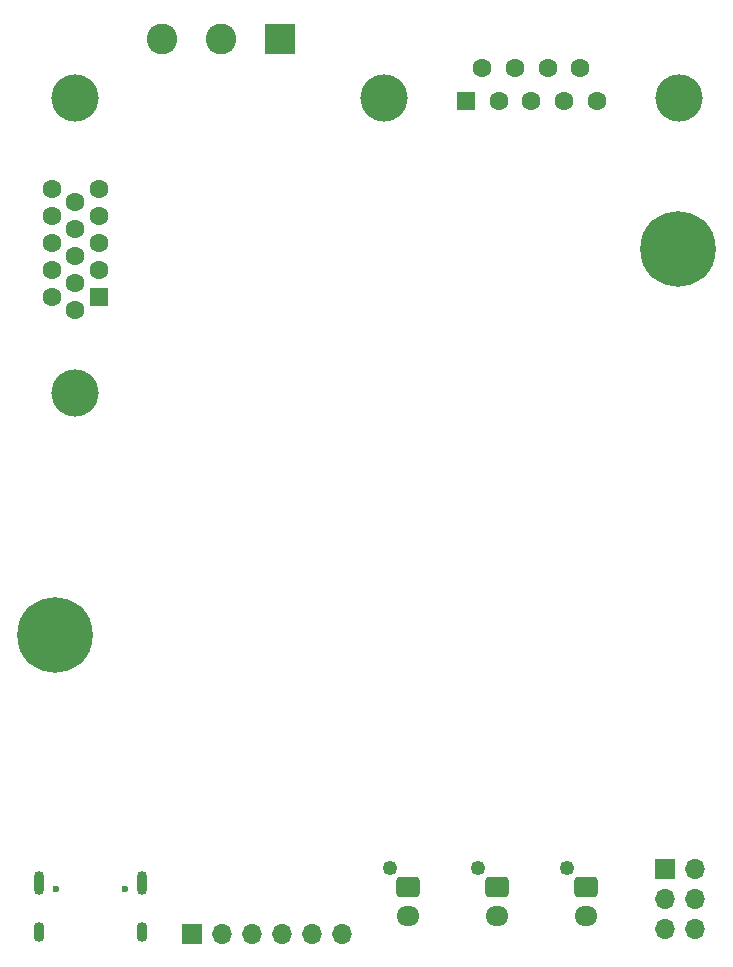
<source format=gbr>
%TF.GenerationSoftware,KiCad,Pcbnew,8.0.2*%
%TF.CreationDate,2025-01-11T16:17:31-03:00*%
%TF.ProjectId,EEG,4545472e-6b69-4636-9164-5f7063625858,rev?*%
%TF.SameCoordinates,Original*%
%TF.FileFunction,Soldermask,Bot*%
%TF.FilePolarity,Negative*%
%FSLAX46Y46*%
G04 Gerber Fmt 4.6, Leading zero omitted, Abs format (unit mm)*
G04 Created by KiCad (PCBNEW 8.0.2) date 2025-01-11 16:17:31*
%MOMM*%
%LPD*%
G01*
G04 APERTURE LIST*
G04 Aperture macros list*
%AMRoundRect*
0 Rectangle with rounded corners*
0 $1 Rounding radius*
0 $2 $3 $4 $5 $6 $7 $8 $9 X,Y pos of 4 corners*
0 Add a 4 corners polygon primitive as box body*
4,1,4,$2,$3,$4,$5,$6,$7,$8,$9,$2,$3,0*
0 Add four circle primitives for the rounded corners*
1,1,$1+$1,$2,$3*
1,1,$1+$1,$4,$5*
1,1,$1+$1,$6,$7*
1,1,$1+$1,$8,$9*
0 Add four rect primitives between the rounded corners*
20,1,$1+$1,$2,$3,$4,$5,0*
20,1,$1+$1,$4,$5,$6,$7,0*
20,1,$1+$1,$6,$7,$8,$9,0*
20,1,$1+$1,$8,$9,$2,$3,0*%
G04 Aperture macros list end*
%ADD10C,0.800000*%
%ADD11C,6.400000*%
%ADD12C,4.000000*%
%ADD13R,1.600000X1.600000*%
%ADD14C,1.600000*%
%ADD15C,1.250000*%
%ADD16RoundRect,0.250000X-0.725000X0.600000X-0.725000X-0.600000X0.725000X-0.600000X0.725000X0.600000X0*%
%ADD17O,1.950000X1.700000*%
%ADD18C,0.600000*%
%ADD19O,0.900000X2.000000*%
%ADD20O,0.900000X1.700000*%
%ADD21R,2.600000X2.600000*%
%ADD22C,2.600000*%
%ADD23R,1.700000X1.700000*%
%ADD24O,1.700000X1.700000*%
G04 APERTURE END LIST*
D10*
%TO.C,H2*%
X188600000Y-91100000D03*
X189302944Y-89402944D03*
X189302944Y-92797056D03*
X191000000Y-88700000D03*
D11*
X191000000Y-91100000D03*
D10*
X191000000Y-93500000D03*
X192697056Y-89402944D03*
X192697056Y-92797056D03*
X193400000Y-91100000D03*
%TD*%
D12*
%TO.C,J3*%
X191100000Y-78300000D03*
X166100000Y-78300000D03*
D13*
X173060000Y-78600000D03*
D14*
X175830000Y-78600000D03*
X178600000Y-78600000D03*
X181370000Y-78600000D03*
X184140000Y-78600000D03*
X174445000Y-75760000D03*
X177215000Y-75760000D03*
X179985000Y-75760000D03*
X182755000Y-75760000D03*
%TD*%
D15*
%TO.C,J7*%
X166600000Y-143500000D03*
D16*
X168200000Y-145100000D03*
D17*
X168200000Y-147600000D03*
%TD*%
D15*
%TO.C,J8*%
X174100000Y-143500000D03*
D16*
X175700000Y-145100000D03*
D17*
X175700000Y-147600000D03*
%TD*%
D18*
%TO.C,J2*%
X138390000Y-145275000D03*
X144170000Y-145275000D03*
D19*
X136960000Y-144795000D03*
D20*
X136960000Y-148965000D03*
D19*
X145600000Y-144795000D03*
D20*
X145600000Y-148965000D03*
%TD*%
D21*
%TO.C,J5*%
X157300000Y-73300000D03*
D22*
X152300000Y-73300000D03*
X147300000Y-73300000D03*
%TD*%
D15*
%TO.C,J9*%
X181600000Y-143500000D03*
D16*
X183200000Y-145100000D03*
D17*
X183200000Y-147600000D03*
%TD*%
D23*
%TO.C,J4*%
X149900000Y-149100000D03*
D24*
X152440000Y-149100000D03*
X154980000Y-149100000D03*
X157520000Y-149100000D03*
X160060000Y-149100000D03*
X162600000Y-149100000D03*
%TD*%
D12*
%TO.C,J1*%
X139930001Y-78340000D03*
X139930000Y-103340000D03*
D13*
X141980000Y-95155000D03*
D14*
X141980000Y-92864999D03*
X141980000Y-90575000D03*
X141980000Y-88284999D03*
X141980000Y-85995000D03*
X140000000Y-96300000D03*
X140000000Y-94010000D03*
X140000000Y-91720000D03*
X140000000Y-89430000D03*
X140000000Y-87140000D03*
X138020000Y-95155000D03*
X138020000Y-92865000D03*
X138020000Y-90575000D03*
X138020000Y-88285000D03*
X138020000Y-85995000D03*
%TD*%
D10*
%TO.C,H1*%
X140697056Y-123797056D03*
X139994112Y-125494112D03*
X139994112Y-122100000D03*
X138297056Y-126197056D03*
D11*
X138297056Y-123797056D03*
D10*
X138297056Y-121397056D03*
X136600000Y-125494112D03*
X136600000Y-122100000D03*
X135897056Y-123797056D03*
%TD*%
D23*
%TO.C,J6*%
X189925000Y-143575000D03*
D24*
X192465000Y-143575000D03*
X189925000Y-146115000D03*
X192465000Y-146115000D03*
X189925000Y-148655000D03*
X192465000Y-148655000D03*
%TD*%
M02*

</source>
